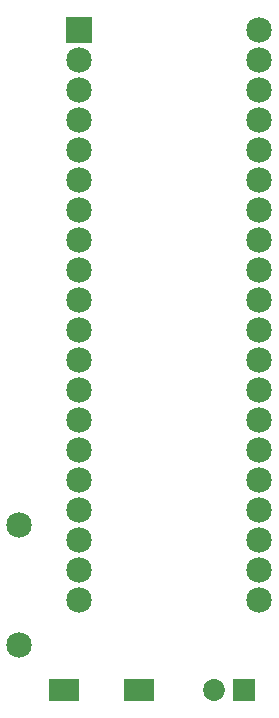
<source format=gts>
G04 MADE WITH FRITZING*
G04 WWW.FRITZING.ORG*
G04 DOUBLE SIDED*
G04 HOLES PLATED*
G04 CONTOUR ON CENTER OF CONTOUR VECTOR*
%ASAXBY*%
%FSLAX23Y23*%
%MOIN*%
%OFA0B0*%
%SFA1.0B1.0*%
%ADD10C,0.085000*%
%ADD11C,0.072992*%
%ADD12R,0.085000X0.085000*%
%ADD13R,0.072992X0.072992*%
%ADD14R,0.100551X0.072992*%
%LNMASK1*%
G90*
G70*
G54D10*
X404Y2355D03*
X1004Y2355D03*
X404Y2255D03*
X1004Y2255D03*
X404Y2155D03*
X1004Y2155D03*
X404Y2055D03*
X1004Y2055D03*
X404Y1955D03*
X1004Y1955D03*
X404Y1855D03*
X1004Y1855D03*
X404Y1755D03*
X1004Y1755D03*
X404Y1655D03*
X1004Y1655D03*
X404Y1555D03*
X1004Y1555D03*
X404Y1455D03*
X1004Y1455D03*
X404Y1355D03*
X1004Y1355D03*
X404Y1255D03*
X1004Y1255D03*
X404Y1155D03*
X1004Y1155D03*
X404Y1055D03*
X1004Y1055D03*
X404Y955D03*
X1004Y955D03*
X404Y855D03*
X1004Y855D03*
X404Y755D03*
X1004Y755D03*
X404Y655D03*
X1004Y655D03*
X404Y555D03*
X1004Y555D03*
X404Y455D03*
X1004Y455D03*
X204Y705D03*
X204Y305D03*
G54D11*
X952Y155D03*
X854Y155D03*
G54D12*
X404Y2355D03*
G54D13*
X952Y155D03*
G54D14*
X354Y155D03*
X602Y155D03*
G04 End of Mask1*
M02*
</source>
